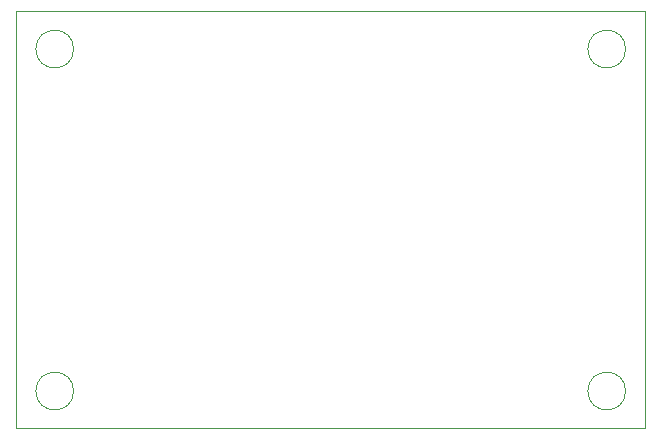
<source format=gbr>
%TF.GenerationSoftware,KiCad,Pcbnew,(5.99.0-8784-g9769da3804)*%
%TF.CreationDate,2021-02-02T16:43:27+01:00*%
%TF.ProjectId,SMPS Inline Filter with M3 holes - YGL92S-A,534d5053-2049-46e6-9c69-6e652046696c,rev?*%
%TF.SameCoordinates,Original*%
%TF.FileFunction,Profile,NP*%
%FSLAX46Y46*%
G04 Gerber Fmt 4.6, Leading zero omitted, Abs format (unit mm)*
G04 Created by KiCad (PCBNEW (5.99.0-8784-g9769da3804)) date 2021-02-02 16:43:27*
%MOMM*%
%LPD*%
G01*
G04 APERTURE LIST*
%TA.AperFunction,Profile*%
%ADD10C,0.120000*%
%TD*%
%TA.AperFunction,Profile*%
%ADD11C,0.050000*%
%TD*%
G04 APERTURE END LIST*
D10*
X127401345Y-118317000D02*
G75*
G03*
X127401345Y-118317000I-1600000J0D01*
G01*
X127401345Y-89361000D02*
G75*
G03*
X127401345Y-89361000I-1600000J0D01*
G01*
X174137345Y-118317000D02*
G75*
G03*
X174137345Y-118317000I-1600000J0D01*
G01*
X174137345Y-89361000D02*
G75*
G03*
X174137345Y-89361000I-1600000J0D01*
G01*
D11*
X122524745Y-86109800D02*
X175763145Y-86109800D01*
X175763145Y-86109800D02*
X175763145Y-121466600D01*
X175763145Y-121466600D02*
X122524745Y-121466600D01*
X122524745Y-121466600D02*
X122524745Y-86109800D01*
M02*

</source>
